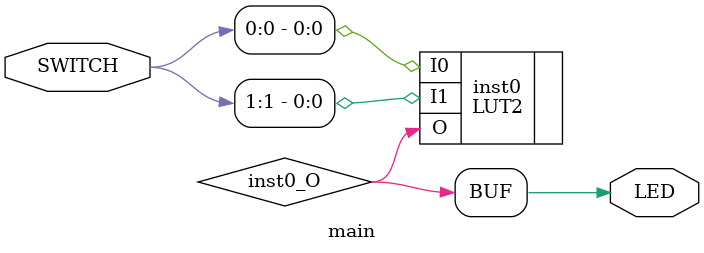
<source format=v>
module main (output  LED, input [1:0] SWITCH);
wire  inst0_O;
LUT2 #(.INIT(4'hA)) inst0 (.I0(SWITCH[0]), .I1(SWITCH[1]), .O(inst0_O));
assign LED = inst0_O;
endmodule


</source>
